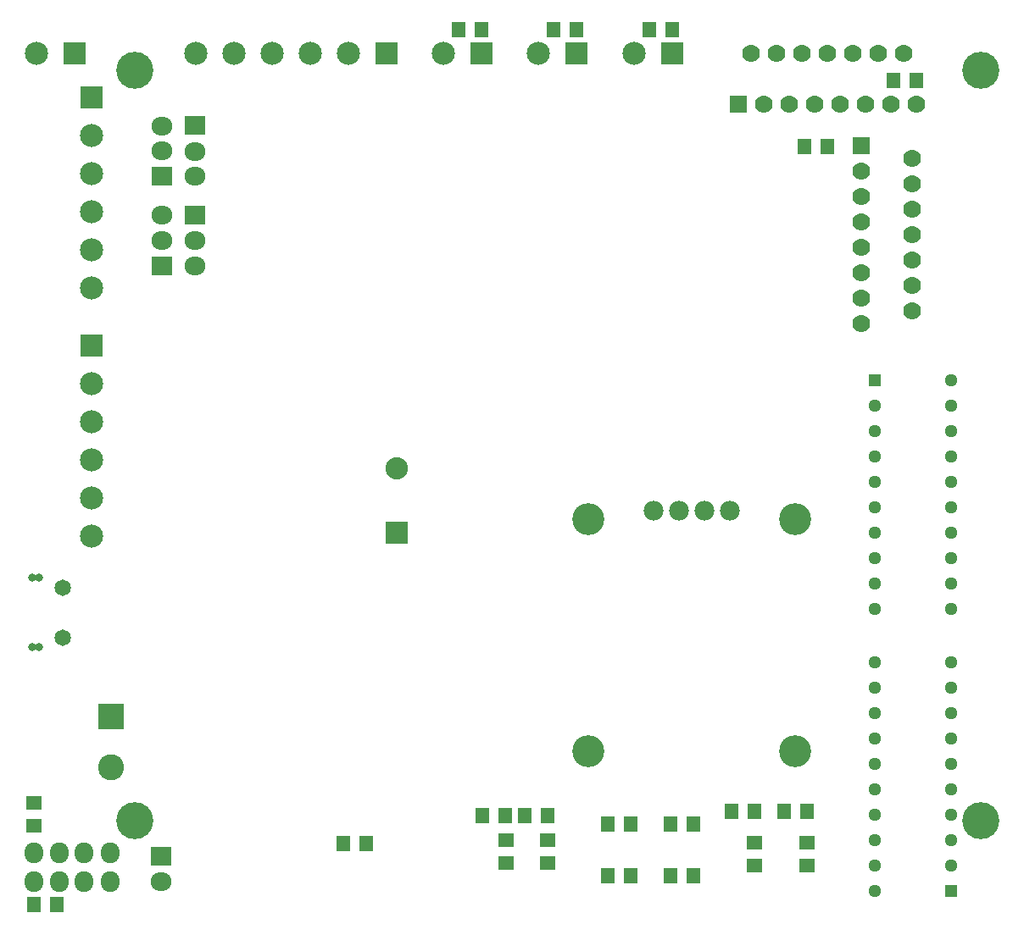
<source format=gbs>
G04*
G04 #@! TF.GenerationSoftware,Altium Limited,Altium Designer,21.2.1 (34)*
G04*
G04 Layer_Color=16711935*
%FSTAX24Y24*%
%MOIN*%
G70*
G04*
G04 #@! TF.SameCoordinates,1AE62F94-6DB7-4B32-8B40-2354E624DE5A*
G04*
G04*
G04 #@! TF.FilePolarity,Negative*
G04*
G01*
G75*
%ADD48R,0.0580X0.0630*%
%ADD53R,0.0630X0.0580*%
%ADD69C,0.0320*%
%ADD70C,0.0650*%
%ADD71R,0.0907X0.0907*%
%ADD72C,0.0907*%
%ADD73R,0.0700X0.0700*%
%ADD74C,0.0700*%
%ADD75R,0.0510X0.0510*%
%ADD76C,0.0510*%
%ADD77R,0.0880X0.0880*%
%ADD78C,0.0880*%
%ADD79R,0.0907X0.0907*%
%ADD80O,0.0830X0.0730*%
%ADD81R,0.0830X0.0730*%
%ADD82O,0.0730X0.0830*%
%ADD83C,0.0780*%
%ADD84C,0.1458*%
%ADD85C,0.1025*%
%ADD86R,0.1025X0.1025*%
%ADD87R,0.0700X0.0700*%
%ADD88C,0.1261*%
%ADD89C,0.0280*%
D48*
X0413Y04307D02*
D03*
X0422D02*
D03*
X0448Y04567D02*
D03*
X0457D02*
D03*
X03032Y01672D02*
D03*
X03122D02*
D03*
X02955D02*
D03*
X02865D02*
D03*
X01101Y01322D02*
D03*
X01191D02*
D03*
X04052Y0169D02*
D03*
X04142D02*
D03*
X03934D02*
D03*
X03844D02*
D03*
X02771Y04765D02*
D03*
X02861D02*
D03*
X03145D02*
D03*
X03235D02*
D03*
X0352D02*
D03*
X0361D02*
D03*
X03358Y01638D02*
D03*
X03448D02*
D03*
X03358Y01435D02*
D03*
X03448D02*
D03*
X02319Y01562D02*
D03*
X02409D02*
D03*
X03603Y01436D02*
D03*
X03693D02*
D03*
X03603Y0164D02*
D03*
X03693D02*
D03*
D53*
X04141Y01567D02*
D03*
Y01477D02*
D03*
X03935Y01567D02*
D03*
Y01477D02*
D03*
X02956Y01575D02*
D03*
Y01485D02*
D03*
X03122D02*
D03*
Y01575D02*
D03*
X01101Y01632D02*
D03*
Y01722D02*
D03*
D69*
X010942Y023348D02*
D03*
X011212D02*
D03*
X010942Y026104D02*
D03*
X011212D02*
D03*
D70*
X01214Y023742D02*
D03*
Y02571D02*
D03*
D71*
X036102Y046721D02*
D03*
X032356D02*
D03*
X02861D02*
D03*
X02488D02*
D03*
X012605D02*
D03*
D72*
X034602D02*
D03*
X030856D02*
D03*
X027111D02*
D03*
X01738D02*
D03*
X01888D02*
D03*
X02188D02*
D03*
X02338D02*
D03*
X02038D02*
D03*
X011105D02*
D03*
X01327Y04049D02*
D03*
Y04349D02*
D03*
Y04199D02*
D03*
Y03899D02*
D03*
Y03749D02*
D03*
Y02773D02*
D03*
Y02923D02*
D03*
Y03223D02*
D03*
Y03373D02*
D03*
Y03073D02*
D03*
D73*
X04355Y04308D02*
D03*
D74*
X04555Y04258D02*
D03*
X04355Y04208D02*
D03*
X04555Y04158D02*
D03*
X04355Y04108D02*
D03*
X04555Y04058D02*
D03*
X04355Y04008D02*
D03*
X04555Y03958D02*
D03*
X04355Y03908D02*
D03*
X04555Y03858D02*
D03*
X04355Y03808D02*
D03*
X04555Y03758D02*
D03*
X04355Y03708D02*
D03*
X04555Y03658D02*
D03*
X04355Y03608D02*
D03*
X04572Y04473D02*
D03*
X04522Y04673D02*
D03*
X04472Y04473D02*
D03*
X04422Y04673D02*
D03*
X04372Y04473D02*
D03*
X04322Y04673D02*
D03*
X04272Y04473D02*
D03*
X04222Y04673D02*
D03*
X04172Y04473D02*
D03*
X04122Y04673D02*
D03*
X04072Y04473D02*
D03*
X04022Y04673D02*
D03*
X03972Y04473D02*
D03*
X03922Y04673D02*
D03*
D75*
X04406Y03386D02*
D03*
X04706Y01377D02*
D03*
D76*
X04406Y03286D02*
D03*
Y03186D02*
D03*
Y03086D02*
D03*
Y02986D02*
D03*
Y02886D02*
D03*
Y02786D02*
D03*
Y02686D02*
D03*
Y02586D02*
D03*
Y02486D02*
D03*
X04706D02*
D03*
Y02586D02*
D03*
Y02686D02*
D03*
Y02786D02*
D03*
Y02886D02*
D03*
Y02986D02*
D03*
Y03086D02*
D03*
Y03186D02*
D03*
Y03286D02*
D03*
Y03386D02*
D03*
X04406Y01377D02*
D03*
Y01477D02*
D03*
Y01577D02*
D03*
Y01677D02*
D03*
Y01777D02*
D03*
Y01877D02*
D03*
Y01977D02*
D03*
Y02077D02*
D03*
Y02177D02*
D03*
Y02277D02*
D03*
X04706D02*
D03*
Y02177D02*
D03*
Y02077D02*
D03*
Y01977D02*
D03*
Y01877D02*
D03*
Y01777D02*
D03*
Y01677D02*
D03*
Y01577D02*
D03*
Y01477D02*
D03*
D77*
X02528Y027851D02*
D03*
D78*
Y03041D02*
D03*
D79*
X01327Y04499D02*
D03*
Y03523D02*
D03*
D80*
X01604Y04387D02*
D03*
Y04289D02*
D03*
X01734Y04287D02*
D03*
Y04189D02*
D03*
Y03935D02*
D03*
Y03837D02*
D03*
X01604Y03937D02*
D03*
Y04035D02*
D03*
X016Y01412D02*
D03*
D81*
X01604Y04188D02*
D03*
X01734Y04388D02*
D03*
Y04036D02*
D03*
X01604Y03836D02*
D03*
X016Y01513D02*
D03*
D82*
X011Y01526D02*
D03*
X01201D02*
D03*
X01299D02*
D03*
X014D02*
D03*
X011Y01413D02*
D03*
X01201D02*
D03*
X01299D02*
D03*
X014D02*
D03*
D83*
X03538Y02874D02*
D03*
X03638D02*
D03*
X03738D02*
D03*
X03838D02*
D03*
D84*
X014961Y016537D02*
D03*
X04825D02*
D03*
Y046063D02*
D03*
X014961D02*
D03*
D85*
X014045Y01862D02*
D03*
D86*
Y02062D02*
D03*
D87*
X03872Y04473D02*
D03*
D88*
X032805Y019256D02*
D03*
Y02839D02*
D03*
X040955D02*
D03*
Y019256D02*
D03*
D89*
X03603Y0164D02*
D03*
X03693D02*
D03*
Y01436D02*
D03*
X03603D02*
D03*
X04141Y01567D02*
D03*
X03935D02*
D03*
X02956Y01575D02*
D03*
X03122D02*
D03*
M02*

</source>
